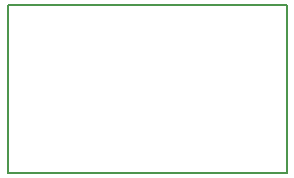
<source format=gbr>
G04 #@! TF.GenerationSoftware,KiCad,Pcbnew,5.0.0+dfsg1-2~bpo9+1*
G04 #@! TF.CreationDate,2018-10-30T11:56:53+00:00*
G04 #@! TF.ProjectId,13_screen_breakout,31335F73637265656E5F627265616B6F,rev?*
G04 #@! TF.SameCoordinates,Original*
G04 #@! TF.FileFunction,Profile,NP*
%FSLAX46Y46*%
G04 Gerber Fmt 4.6, Leading zero omitted, Abs format (unit mm)*
G04 Created by KiCad (PCBNEW 5.0.0+dfsg1-2~bpo9+1) date Tue Oct 30 11:56:53 2018*
%MOMM*%
%LPD*%
G01*
G04 APERTURE LIST*
%ADD10C,0.150000*%
G04 APERTURE END LIST*
D10*
X144835880Y-120106440D02*
X168435020Y-120103900D01*
X144838420Y-105854500D02*
X144835880Y-120106440D01*
X144838420Y-105857040D02*
X144838420Y-105854500D01*
X168424860Y-105857040D02*
X144838420Y-105857040D01*
X168440100Y-120065800D02*
X168424860Y-105857040D01*
M02*

</source>
